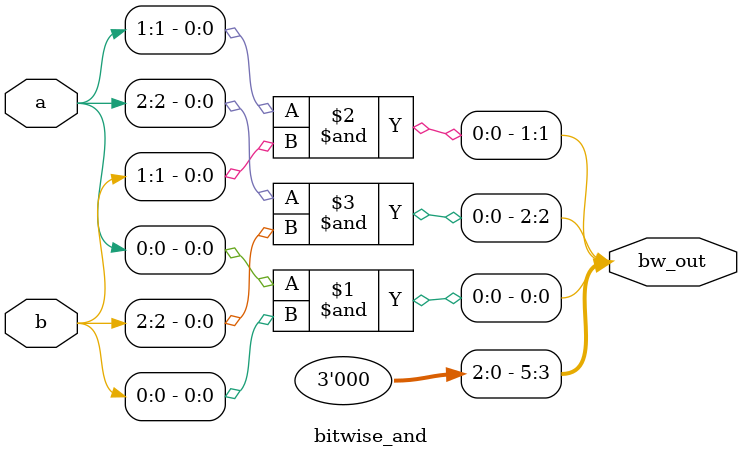
<source format=v>

module bitwise_and(
   input [2:0]a,
   input [2:0]b,
   output [5:0]bw_out //bitwise AND out
);

   and and_one(bw_out[0],a[0],b[0]);
   and and_two(bw_out[1],a[1],b[1]);
   and and_three(bw_out[2],a[2],b[2]);

   assign bw_out[5:3] = 3'b000;

endmodule

</source>
